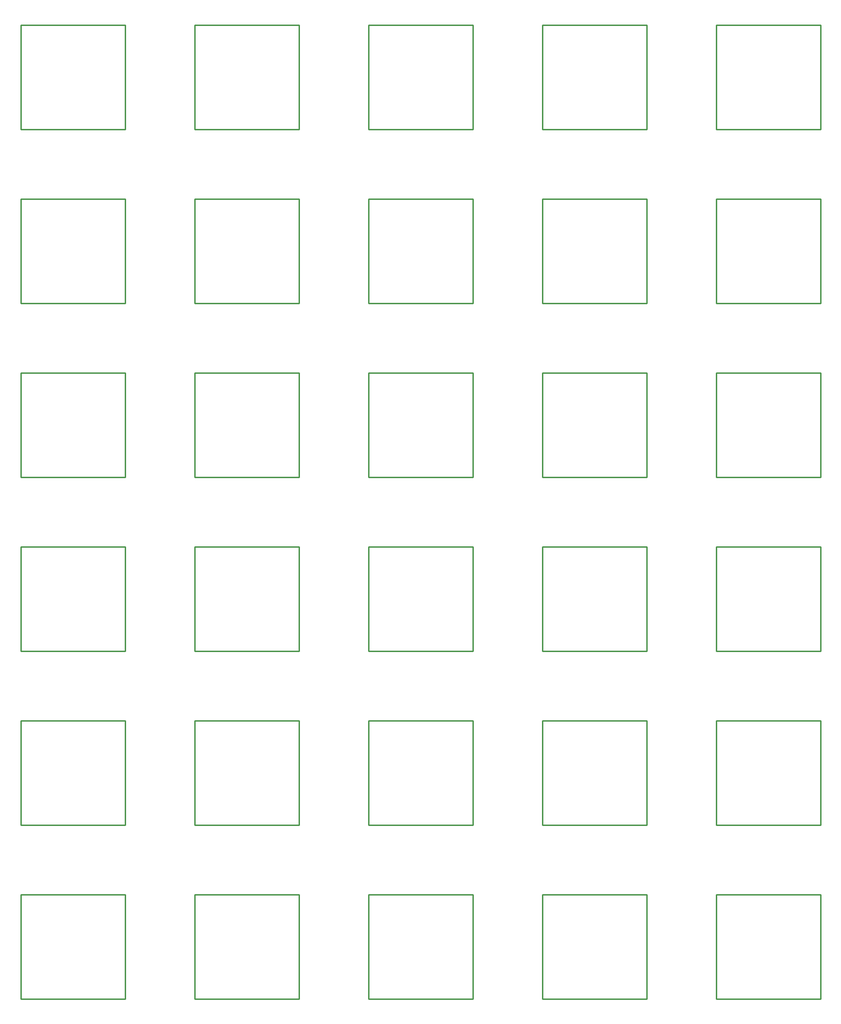
<source format=gbp>
G04*
G04 #@! TF.GenerationSoftware,Altium Limited,Altium Designer,20.0.13 (296)*
G04*
G04 Layer_Color=128*
%FSLAX25Y25*%
%MOIN*%
G70*
G01*
G75*
%ADD12C,0.01000*%
D12*
X0Y0D02*
Y75000D01*
X75000D01*
Y0D02*
Y75000D01*
X0Y0D02*
X75000D01*
X125000D02*
Y75000D01*
X200000D01*
Y0D02*
Y75000D01*
X125000Y0D02*
X200000D01*
X250000D02*
Y75000D01*
X325000D01*
Y0D02*
Y75000D01*
X250000Y0D02*
X325000D01*
X375000D02*
Y75000D01*
X450000D01*
Y0D02*
Y75000D01*
X375000Y0D02*
X450000D01*
X500000D02*
Y75000D01*
X575000D01*
Y0D02*
Y75000D01*
X500000Y0D02*
X575000D01*
X0Y125000D02*
Y200000D01*
X75000D01*
Y125000D02*
Y200000D01*
X0Y125000D02*
X75000D01*
X125000D02*
Y200000D01*
X200000D01*
Y125000D02*
Y200000D01*
X125000Y125000D02*
X200000D01*
X250000D02*
Y200000D01*
X325000D01*
Y125000D02*
Y200000D01*
X250000Y125000D02*
X325000D01*
X375000D02*
Y200000D01*
X450000D01*
Y125000D02*
Y200000D01*
X375000Y125000D02*
X450000D01*
X500000D02*
Y200000D01*
X575000D01*
Y125000D02*
Y200000D01*
X500000Y125000D02*
X575000D01*
X0Y250000D02*
Y325000D01*
X75000D01*
Y250000D02*
Y325000D01*
X0Y250000D02*
X75000D01*
X125000D02*
Y325000D01*
X200000D01*
Y250000D02*
Y325000D01*
X125000Y250000D02*
X200000D01*
X250000D02*
Y325000D01*
X325000D01*
Y250000D02*
Y325000D01*
X250000Y250000D02*
X325000D01*
X375000D02*
Y325000D01*
X450000D01*
Y250000D02*
Y325000D01*
X375000Y250000D02*
X450000D01*
X500000D02*
Y325000D01*
X575000D01*
Y250000D02*
Y325000D01*
X500000Y250000D02*
X575000D01*
X0Y375000D02*
Y450000D01*
X75000D01*
Y375000D02*
Y450000D01*
X0Y375000D02*
X75000D01*
X125000D02*
Y450000D01*
X200000D01*
Y375000D02*
Y450000D01*
X125000Y375000D02*
X200000D01*
X250000D02*
Y450000D01*
X325000D01*
Y375000D02*
Y450000D01*
X250000Y375000D02*
X325000D01*
X375000D02*
Y450000D01*
X450000D01*
Y375000D02*
Y450000D01*
X375000Y375000D02*
X450000D01*
X500000D02*
Y450000D01*
X575000D01*
Y375000D02*
Y450000D01*
X500000Y375000D02*
X575000D01*
X0Y500000D02*
Y575000D01*
X75000D01*
Y500000D02*
Y575000D01*
X0Y500000D02*
X75000D01*
X125000D02*
Y575000D01*
X200000D01*
Y500000D02*
Y575000D01*
X125000Y500000D02*
X200000D01*
X250000D02*
Y575000D01*
X325000D01*
Y500000D02*
Y575000D01*
X250000Y500000D02*
X325000D01*
X375000D02*
Y575000D01*
X450000D01*
Y500000D02*
Y575000D01*
X375000Y500000D02*
X450000D01*
X500000D02*
Y575000D01*
X575000D01*
Y500000D02*
Y575000D01*
X500000Y500000D02*
X575000D01*
X0Y625000D02*
Y700000D01*
X75000D01*
Y625000D02*
Y700000D01*
X0Y625000D02*
X75000D01*
X125000D02*
Y700000D01*
X200000D01*
Y625000D02*
Y700000D01*
X125000Y625000D02*
X200000D01*
X250000D02*
Y700000D01*
X325000D01*
Y625000D02*
Y700000D01*
X250000Y625000D02*
X325000D01*
X375000D02*
Y700000D01*
X450000D01*
Y625000D02*
Y700000D01*
X375000Y625000D02*
X450000D01*
X500000D02*
Y700000D01*
X575000D01*
Y625000D02*
Y700000D01*
X500000Y625000D02*
X575000D01*
M02*

</source>
